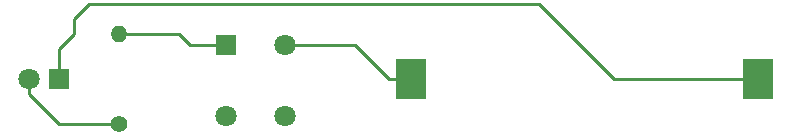
<source format=gtl>
%TF.GenerationSoftware,KiCad,Pcbnew,(6.0.9)*%
%TF.CreationDate,2023-10-22T03:23:37+00:00*%
%TF.ProjectId,LED Torch,4c454420-546f-4726-9368-2e6b69636164,0.1*%
%TF.SameCoordinates,Original*%
%TF.FileFunction,Copper,L1,Top*%
%TF.FilePolarity,Positive*%
%FSLAX46Y46*%
G04 Gerber Fmt 4.6, Leading zero omitted, Abs format (unit mm)*
G04 Created by KiCad (PCBNEW (6.0.9)) date 2023-10-22 03:23:37*
%MOMM*%
%LPD*%
G01*
G04 APERTURE LIST*
%TA.AperFunction,ComponentPad*%
%ADD10C,1.800000*%
%TD*%
%TA.AperFunction,ComponentPad*%
%ADD11R,1.800000X1.800000*%
%TD*%
%TA.AperFunction,ComponentPad*%
%ADD12C,1.400000*%
%TD*%
%TA.AperFunction,ComponentPad*%
%ADD13O,1.400000X1.400000*%
%TD*%
%TA.AperFunction,SMDPad,CuDef*%
%ADD14R,2.540000X3.510000*%
%TD*%
%TA.AperFunction,Conductor*%
%ADD15C,0.250000*%
%TD*%
G04 APERTURE END LIST*
D10*
%TO.P,SW1,4*%
%TO.N,N/C*%
X73697500Y-74197500D03*
%TO.P,SW1,3*%
X68697500Y-74197500D03*
%TO.P,SW1,2,B*%
%TO.N,/Bat_pos*%
X73697500Y-68197500D03*
D11*
%TO.P,SW1,1,A*%
%TO.N,Net-(R1-Pad2)*%
X68697500Y-68197500D03*
%TD*%
D12*
%TO.P,R1,1*%
%TO.N,/LED_anode*%
X59690000Y-74930000D03*
D13*
%TO.P,R1,2*%
%TO.N,Net-(R1-Pad2)*%
X59690000Y-67310000D03*
%TD*%
D10*
%TO.P,D1,2,A*%
%TO.N,/LED_anode*%
X52070000Y-71120000D03*
D11*
%TO.P,D1,1,K*%
%TO.N,/LED_cathode*%
X54610000Y-71120000D03*
%TD*%
D14*
%TO.P,BT1,1,+*%
%TO.N,/Bat_pos*%
X84380000Y-71120000D03*
%TO.P,BT1,2,-*%
%TO.N,/LED_cathode*%
X113740000Y-71120000D03*
%TD*%
D15*
%TO.N,/LED_anode*%
X54610000Y-74930000D02*
X59690000Y-74930000D01*
X52070000Y-71120000D02*
X52070000Y-72390000D01*
X52070000Y-72390000D02*
X54610000Y-74930000D01*
%TO.N,/LED_cathode*%
X55880000Y-67310000D02*
X55880000Y-66040000D01*
X54610000Y-68580000D02*
X55880000Y-67310000D01*
X54610000Y-71120000D02*
X54610000Y-68580000D01*
X101600000Y-71120000D02*
X113740000Y-71120000D01*
X55880000Y-66040000D02*
X57150000Y-64770000D01*
X57150000Y-64770000D02*
X95250000Y-64770000D01*
X95250000Y-64770000D02*
X101600000Y-71120000D01*
%TO.N,/Bat_pos*%
X82550000Y-71120000D02*
X84380000Y-71120000D01*
X79627500Y-68197500D02*
X82550000Y-71120000D01*
X73697500Y-68197500D02*
X79627500Y-68197500D01*
%TO.N,Net-(R1-Pad2)*%
X65657500Y-68197500D02*
X68697500Y-68197500D01*
X64770000Y-67310000D02*
X65657500Y-68197500D01*
X59690000Y-67310000D02*
X64770000Y-67310000D01*
%TD*%
M02*

</source>
